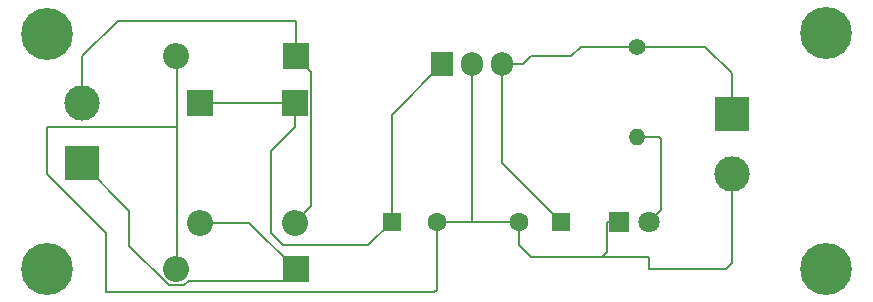
<source format=gbr>
%TF.GenerationSoftware,KiCad,Pcbnew,8.0.0*%
%TF.CreationDate,2024-04-09T00:47:27+05:00*%
%TF.ProjectId,Power_Supply,506f7765-725f-4537-9570-706c792e6b69,rev?*%
%TF.SameCoordinates,Original*%
%TF.FileFunction,Copper,L2,Bot*%
%TF.FilePolarity,Positive*%
%FSLAX46Y46*%
G04 Gerber Fmt 4.6, Leading zero omitted, Abs format (unit mm)*
G04 Created by KiCad (PCBNEW 8.0.0) date 2024-04-09 00:47:27*
%MOMM*%
%LPD*%
G01*
G04 APERTURE LIST*
%TA.AperFunction,ComponentPad*%
%ADD10R,1.600000X1.600000*%
%TD*%
%TA.AperFunction,ComponentPad*%
%ADD11C,1.600000*%
%TD*%
%TA.AperFunction,ComponentPad*%
%ADD12C,2.600000*%
%TD*%
%TA.AperFunction,ConnectorPad*%
%ADD13C,4.400000*%
%TD*%
%TA.AperFunction,ComponentPad*%
%ADD14R,1.905000X2.000000*%
%TD*%
%TA.AperFunction,ComponentPad*%
%ADD15O,1.905000X2.000000*%
%TD*%
%TA.AperFunction,ComponentPad*%
%ADD16C,1.400000*%
%TD*%
%TA.AperFunction,ComponentPad*%
%ADD17O,1.400000X1.400000*%
%TD*%
%TA.AperFunction,ComponentPad*%
%ADD18R,3.000000X3.000000*%
%TD*%
%TA.AperFunction,ComponentPad*%
%ADD19C,3.000000*%
%TD*%
%TA.AperFunction,ComponentPad*%
%ADD20R,1.800000X1.800000*%
%TD*%
%TA.AperFunction,ComponentPad*%
%ADD21C,1.800000*%
%TD*%
%TA.AperFunction,ComponentPad*%
%ADD22R,2.200000X2.200000*%
%TD*%
%TA.AperFunction,ComponentPad*%
%ADD23O,2.200000X2.200000*%
%TD*%
%TA.AperFunction,Conductor*%
%ADD24C,0.200000*%
%TD*%
G04 APERTURE END LIST*
D10*
%TO.P,C1,1*%
%TO.N,Net-(D1-K)*%
X148200000Y-98000000D03*
D11*
%TO.P,C1,2*%
%TO.N,Net-(D3-A)*%
X152000000Y-98000000D03*
%TD*%
D12*
%TO.P,H4,1*%
%TO.N,N/C*%
X185000000Y-102000000D03*
D13*
X185000000Y-102000000D03*
%TD*%
D12*
%TO.P,H3,1*%
%TO.N,N/C*%
X185000000Y-82000000D03*
D13*
X185000000Y-82000000D03*
%TD*%
D12*
%TO.P,H2,1*%
%TO.N,N/C*%
X119000000Y-102000000D03*
D13*
X119000000Y-102000000D03*
%TD*%
D12*
%TO.P,H1,1*%
%TO.N,N/C*%
X119000000Y-82150000D03*
D13*
X119000000Y-82150000D03*
%TD*%
D14*
%TO.P,U1,1,VI*%
%TO.N,Net-(D1-K)*%
X152460000Y-84695000D03*
D15*
%TO.P,U1,2,GND*%
%TO.N,Net-(D3-A)*%
X155000000Y-84695000D03*
%TO.P,U1,3,VO*%
%TO.N,Net-(J2-Pin_1)*%
X157540000Y-84695000D03*
%TD*%
D16*
%TO.P,R1,1*%
%TO.N,Net-(J2-Pin_1)*%
X169000000Y-83190000D03*
D17*
%TO.P,R1,2*%
%TO.N,Net-(D5-A)*%
X169000000Y-90810000D03*
%TD*%
D18*
%TO.P,J2,1,Pin_1*%
%TO.N,Net-(J2-Pin_1)*%
X177000000Y-88920000D03*
D19*
%TO.P,J2,2,Pin_2*%
%TO.N,Net-(D3-A)*%
X177000000Y-94000000D03*
%TD*%
D18*
%TO.P,J1,1,Pin_1*%
%TO.N,Net-(D2-A)*%
X122000000Y-93080000D03*
D19*
%TO.P,J1,2,Pin_2*%
%TO.N,Net-(D1-A)*%
X122000000Y-88000000D03*
%TD*%
D20*
%TO.P,D5,1,K*%
%TO.N,Net-(D3-A)*%
X167460000Y-98000000D03*
D21*
%TO.P,D5,2,A*%
%TO.N,Net-(D5-A)*%
X170000000Y-98000000D03*
%TD*%
D22*
%TO.P,D4,1,K*%
%TO.N,Net-(D2-A)*%
X140080000Y-102000000D03*
D23*
%TO.P,D4,2,A*%
%TO.N,Net-(D3-A)*%
X129920000Y-102000000D03*
%TD*%
D22*
%TO.P,D3,1,K*%
%TO.N,Net-(D1-A)*%
X140080000Y-84000000D03*
D23*
%TO.P,D3,2,A*%
%TO.N,Net-(D3-A)*%
X129920000Y-84000000D03*
%TD*%
D22*
%TO.P,D2,1,K*%
%TO.N,Net-(D1-K)*%
X132000000Y-87920000D03*
D23*
%TO.P,D2,2,A*%
%TO.N,Net-(D2-A)*%
X132000000Y-98080000D03*
%TD*%
D22*
%TO.P,D1,1,K*%
%TO.N,Net-(D1-K)*%
X140000000Y-87920000D03*
D23*
%TO.P,D1,2,A*%
%TO.N,Net-(D1-A)*%
X140000000Y-98080000D03*
%TD*%
D10*
%TO.P,C2,1*%
%TO.N,Net-(J2-Pin_1)*%
X162500000Y-98000000D03*
D11*
%TO.P,C2,2*%
%TO.N,Net-(D3-A)*%
X159000000Y-98000000D03*
%TD*%
D24*
%TO.N,Net-(D5-A)*%
X171000000Y-97000000D02*
X170000000Y-98000000D01*
X171000000Y-91000000D02*
X171000000Y-97000000D01*
X170810000Y-90810000D02*
X171000000Y-91000000D01*
X169000000Y-90810000D02*
X170810000Y-90810000D01*
%TO.N,Net-(D3-A)*%
X166460000Y-98000000D02*
X167460000Y-98000000D01*
X166460000Y-100540000D02*
X166000000Y-101000000D01*
X166460000Y-98000000D02*
X166460000Y-100540000D01*
%TO.N,Net-(D2-A)*%
X130600000Y-103400000D02*
X131000000Y-103000000D01*
X126000000Y-100059900D02*
X129340100Y-103400000D01*
X126000000Y-97080000D02*
X126000000Y-100059900D01*
X129340100Y-103400000D02*
X130600000Y-103400000D01*
X131000000Y-103000000D02*
X139080000Y-103000000D01*
X139080000Y-103000000D02*
X140080000Y-102000000D01*
X122000000Y-93080000D02*
X126000000Y-97080000D01*
%TO.N,Net-(D3-A)*%
X119000000Y-94000000D02*
X119000000Y-90000000D01*
X124000000Y-99000000D02*
X119000000Y-94000000D01*
X124000000Y-104000000D02*
X124000000Y-99000000D01*
X119000000Y-90000000D02*
X130000000Y-90000000D01*
X151823674Y-104000000D02*
X124000000Y-104000000D01*
X152000000Y-98000000D02*
X152000000Y-103823674D01*
X152000000Y-103823674D02*
X151823674Y-104000000D01*
%TO.N,Net-(D1-A)*%
X140080000Y-81000000D02*
X140080000Y-84000000D01*
X125000000Y-81000000D02*
X140080000Y-81000000D01*
X122000000Y-88000000D02*
X122000000Y-84000000D01*
X122000000Y-84000000D02*
X125000000Y-81000000D01*
%TO.N,Net-(J2-Pin_1)*%
X174730000Y-83190000D02*
X177000000Y-85460000D01*
X177000000Y-85460000D02*
X177000000Y-88920000D01*
X163380000Y-84000000D02*
X164190000Y-83190000D01*
X160000000Y-84000000D02*
X163380000Y-84000000D01*
X159305000Y-84695000D02*
X160000000Y-84000000D01*
X157540000Y-84695000D02*
X159305000Y-84695000D01*
X164190000Y-83190000D02*
X174730000Y-83190000D01*
%TO.N,Net-(D3-A)*%
X176540000Y-102000000D02*
X170000000Y-102000000D01*
X177000000Y-101540000D02*
X176540000Y-102000000D01*
X170000000Y-102000000D02*
X170000000Y-101000000D01*
X170000000Y-101000000D02*
X166000000Y-101000000D01*
X177000000Y-94000000D02*
X177000000Y-101540000D01*
X130000000Y-90000000D02*
X130000000Y-84080000D01*
X130000000Y-101000000D02*
X130000000Y-90000000D01*
X130000000Y-84080000D02*
X129920000Y-84000000D01*
X129000000Y-102000000D02*
X130000000Y-101000000D01*
X129920000Y-102000000D02*
X129000000Y-102000000D01*
X166000000Y-101000000D02*
X160000000Y-101000000D01*
X160000000Y-101000000D02*
X159000000Y-100000000D01*
X159000000Y-100000000D02*
X159000000Y-98000000D01*
%TO.N,Net-(J2-Pin_1)*%
X157540000Y-93040000D02*
X162500000Y-98000000D01*
X157540000Y-84695000D02*
X157540000Y-93040000D01*
%TO.N,Net-(D3-A)*%
X155000000Y-84695000D02*
X155000000Y-98000000D01*
X155000000Y-98000000D02*
X159000000Y-98000000D01*
X152000000Y-98000000D02*
X155000000Y-98000000D01*
%TO.N,Net-(D1-K)*%
X148200000Y-88955000D02*
X152460000Y-84695000D01*
X148200000Y-98000000D02*
X148200000Y-88955000D01*
X139000000Y-100000000D02*
X146200000Y-100000000D01*
X146200000Y-100000000D02*
X148200000Y-98000000D01*
X138000000Y-99000000D02*
X139000000Y-100000000D01*
X138000000Y-92000000D02*
X138000000Y-99000000D01*
X140000000Y-90000000D02*
X138000000Y-92000000D01*
X140000000Y-87920000D02*
X140000000Y-90000000D01*
%TO.N,Net-(D2-A)*%
X136160000Y-98080000D02*
X140080000Y-102000000D01*
X132000000Y-98080000D02*
X136160000Y-98080000D01*
%TO.N,Net-(D1-A)*%
X141400000Y-96680000D02*
X140000000Y-98080000D01*
X141400000Y-85320000D02*
X141400000Y-96680000D01*
X140080000Y-84000000D02*
X141400000Y-85320000D01*
%TO.N,Net-(D1-K)*%
X132000000Y-87920000D02*
X140000000Y-87920000D01*
%TO.N,Net-(D2-A)*%
X140000000Y-102000000D02*
X140080000Y-101920000D01*
%TD*%
M02*

</source>
